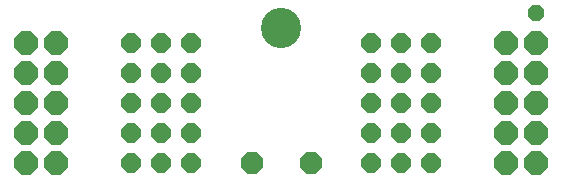
<source format=gts>
G04 EAGLE Gerber X2 export*
%TF.Part,Single*%
%TF.FileFunction,Other,Top Soldermask*%
%TF.FilePolarity,Positive*%
%TF.GenerationSoftware,Autodesk,EAGLE,8.7.1*%
%TF.CreationDate,2018-03-26T18:49:14Z*%
G75*
%MOMM*%
%FSLAX34Y34*%
%LPD*%
%AMOC8*
5,1,8,0,0,1.08239X$1,22.5*%
G01*
%ADD10P,1.759533X8X22.500000*%
%ADD11P,1.759533X8X202.500000*%
%ADD12P,2.048207X8X112.500000*%
%ADD13P,2.144431X8X112.500000*%
%ADD14C,3.403600*%
%ADD15P,1.553338X8X22.500000*%


D10*
X203200Y139700D03*
X203200Y114300D03*
X203200Y88900D03*
X203200Y63500D03*
X203200Y38100D03*
X177800Y139700D03*
X177800Y114300D03*
X177800Y88900D03*
X177800Y63500D03*
X177800Y38100D03*
D11*
X152400Y38100D03*
X152400Y63500D03*
X152400Y88900D03*
X152400Y114300D03*
X152400Y139700D03*
X355600Y38100D03*
X355600Y63500D03*
X355600Y88900D03*
X355600Y114300D03*
X355600Y139700D03*
X381000Y38100D03*
X381000Y63500D03*
X381000Y88900D03*
X381000Y114300D03*
X381000Y139700D03*
X406400Y38100D03*
X406400Y63500D03*
X406400Y88900D03*
X406400Y114300D03*
X406400Y139700D03*
D12*
X254400Y38100D03*
X304400Y38100D03*
D13*
X88900Y38100D03*
X63500Y38100D03*
X88900Y63500D03*
X63500Y63500D03*
X88900Y88900D03*
X63500Y88900D03*
X88900Y114300D03*
X63500Y114300D03*
X88900Y139700D03*
X63500Y139700D03*
X495300Y38100D03*
X469900Y38100D03*
X495300Y63500D03*
X469900Y63500D03*
X495300Y88900D03*
X469900Y88900D03*
X495300Y114300D03*
X469900Y114300D03*
X495300Y139700D03*
X469900Y139700D03*
D14*
X279400Y152400D03*
D15*
X495300Y165100D03*
M02*

</source>
